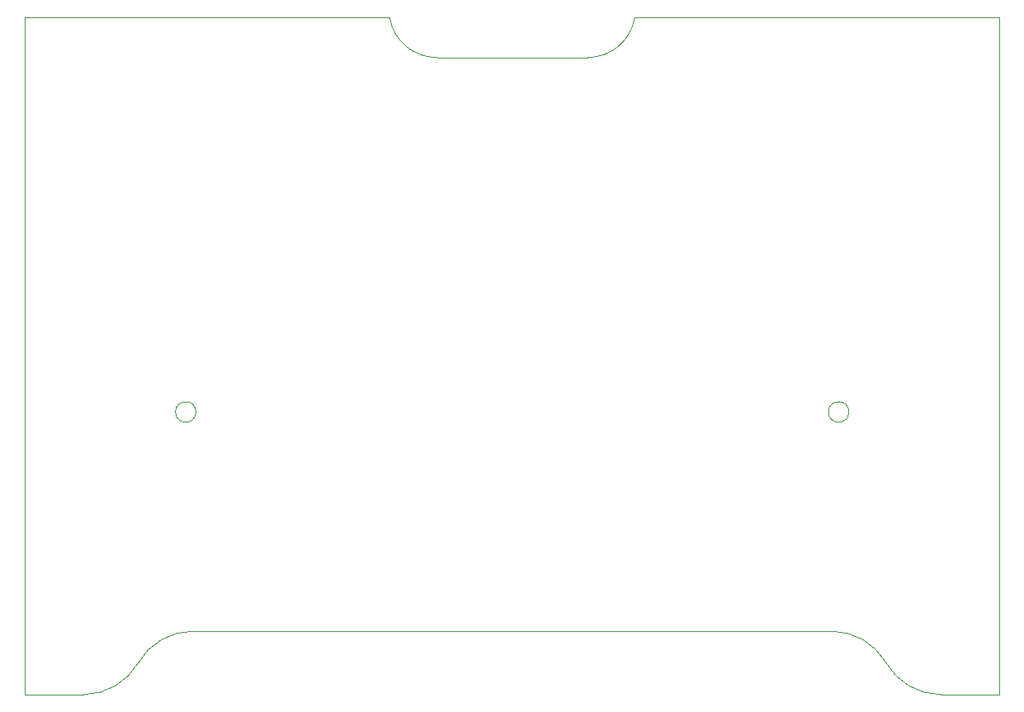
<source format=gbr>
G04 #@! TF.GenerationSoftware,KiCad,Pcbnew,5.1.5+dfsg1-2build2*
G04 #@! TF.CreationDate,2021-08-16T15:22:43+02:00*
G04 #@! TF.ProjectId,ModulAdapterMagnet,4d6f6475-6c41-4646-9170-7465724d6167,rev?*
G04 #@! TF.SameCoordinates,Original*
G04 #@! TF.FileFunction,Profile,NP*
%FSLAX46Y46*%
G04 Gerber Fmt 4.6, Leading zero omitted, Abs format (unit mm)*
G04 Created by KiCad (PCBNEW 5.1.5+dfsg1-2build2) date 2021-08-16 15:22:43*
%MOMM*%
%LPD*%
G04 APERTURE LIST*
%ADD10C,0.100000*%
G04 APERTURE END LIST*
D10*
X61629165Y-134250000D02*
X61620835Y-134250000D01*
X138380000Y-134250000D02*
X138375417Y-134257937D01*
X112573000Y-68027000D02*
X112600000Y-67980000D01*
X87440000Y-67980000D02*
X87427000Y-68027000D01*
X87440000Y-67980000D02*
X50000000Y-67980000D01*
X107721247Y-72121673D02*
G75*
G03X112573000Y-68027000I28753J4887673D01*
G01*
X92278753Y-72121673D02*
G75*
G02X87427000Y-68027000I-28753J4887673D01*
G01*
X92278000Y-72121600D02*
X107720000Y-72121600D01*
X56000000Y-137500000D02*
X50000000Y-137500000D01*
X144000000Y-137500000D02*
X150000000Y-137500000D01*
X132750417Y-130999277D02*
G75*
G02X138380000Y-134250000I-417J-6500723D01*
G01*
X144000000Y-137499999D02*
G75*
G02X138375417Y-134257937I-4583J6492062D01*
G01*
X61620835Y-134250000D02*
G75*
G02X67250000Y-131000000I5629165J-3250000D01*
G01*
X61629165Y-134250000D02*
G75*
G02X56000000Y-137500000I-5629165J3250000D01*
G01*
X134550000Y-108500000D02*
G75*
G03X134550000Y-108500000I-1050000J0D01*
G01*
X67550000Y-108500000D02*
G75*
G03X67550000Y-108500000I-1050000J0D01*
G01*
X150000000Y-137500000D02*
X150000000Y-67980000D01*
X50000000Y-137500000D02*
X50000000Y-67980000D01*
X67250000Y-131000000D02*
X132750000Y-131000000D01*
X112600000Y-67980000D02*
X150000000Y-67980000D01*
M02*

</source>
